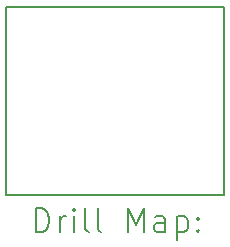
<source format=gbr>
%TF.GenerationSoftware,KiCad,Pcbnew,(6.0.10)*%
%TF.CreationDate,2023-01-30T00:45:56+02:00*%
%TF.ProjectId,LEDs Shield,4c454473-2053-4686-9965-6c642e6b6963,rev?*%
%TF.SameCoordinates,Original*%
%TF.FileFunction,Drillmap*%
%TF.FilePolarity,Positive*%
%FSLAX45Y45*%
G04 Gerber Fmt 4.5, Leading zero omitted, Abs format (unit mm)*
G04 Created by KiCad (PCBNEW (6.0.10)) date 2023-01-30 00:45:56*
%MOMM*%
%LPD*%
G01*
G04 APERTURE LIST*
%ADD10C,0.150000*%
%ADD11C,0.200000*%
G04 APERTURE END LIST*
D10*
X16667500Y-8412500D02*
X16667500Y-10000000D01*
X14826000Y-10000000D02*
X14826000Y-8412500D01*
X16667500Y-10000000D02*
X14826000Y-10000000D01*
X14826000Y-8412500D02*
X16667500Y-8412500D01*
D11*
X15076119Y-10317976D02*
X15076119Y-10117976D01*
X15123738Y-10117976D01*
X15152309Y-10127500D01*
X15171357Y-10146548D01*
X15180881Y-10165595D01*
X15190405Y-10203690D01*
X15190405Y-10232262D01*
X15180881Y-10270357D01*
X15171357Y-10289405D01*
X15152309Y-10308452D01*
X15123738Y-10317976D01*
X15076119Y-10317976D01*
X15276119Y-10317976D02*
X15276119Y-10184643D01*
X15276119Y-10222738D02*
X15285643Y-10203690D01*
X15295167Y-10194167D01*
X15314214Y-10184643D01*
X15333262Y-10184643D01*
X15399928Y-10317976D02*
X15399928Y-10184643D01*
X15399928Y-10117976D02*
X15390405Y-10127500D01*
X15399928Y-10137024D01*
X15409452Y-10127500D01*
X15399928Y-10117976D01*
X15399928Y-10137024D01*
X15523738Y-10317976D02*
X15504690Y-10308452D01*
X15495167Y-10289405D01*
X15495167Y-10117976D01*
X15628500Y-10317976D02*
X15609452Y-10308452D01*
X15599928Y-10289405D01*
X15599928Y-10117976D01*
X15857071Y-10317976D02*
X15857071Y-10117976D01*
X15923738Y-10260833D01*
X15990405Y-10117976D01*
X15990405Y-10317976D01*
X16171357Y-10317976D02*
X16171357Y-10213214D01*
X16161833Y-10194167D01*
X16142786Y-10184643D01*
X16104690Y-10184643D01*
X16085643Y-10194167D01*
X16171357Y-10308452D02*
X16152309Y-10317976D01*
X16104690Y-10317976D01*
X16085643Y-10308452D01*
X16076119Y-10289405D01*
X16076119Y-10270357D01*
X16085643Y-10251310D01*
X16104690Y-10241786D01*
X16152309Y-10241786D01*
X16171357Y-10232262D01*
X16266595Y-10184643D02*
X16266595Y-10384643D01*
X16266595Y-10194167D02*
X16285643Y-10184643D01*
X16323738Y-10184643D01*
X16342786Y-10194167D01*
X16352309Y-10203690D01*
X16361833Y-10222738D01*
X16361833Y-10279881D01*
X16352309Y-10298929D01*
X16342786Y-10308452D01*
X16323738Y-10317976D01*
X16285643Y-10317976D01*
X16266595Y-10308452D01*
X16447548Y-10298929D02*
X16457071Y-10308452D01*
X16447548Y-10317976D01*
X16438024Y-10308452D01*
X16447548Y-10298929D01*
X16447548Y-10317976D01*
X16447548Y-10194167D02*
X16457071Y-10203690D01*
X16447548Y-10213214D01*
X16438024Y-10203690D01*
X16447548Y-10194167D01*
X16447548Y-10213214D01*
M02*

</source>
